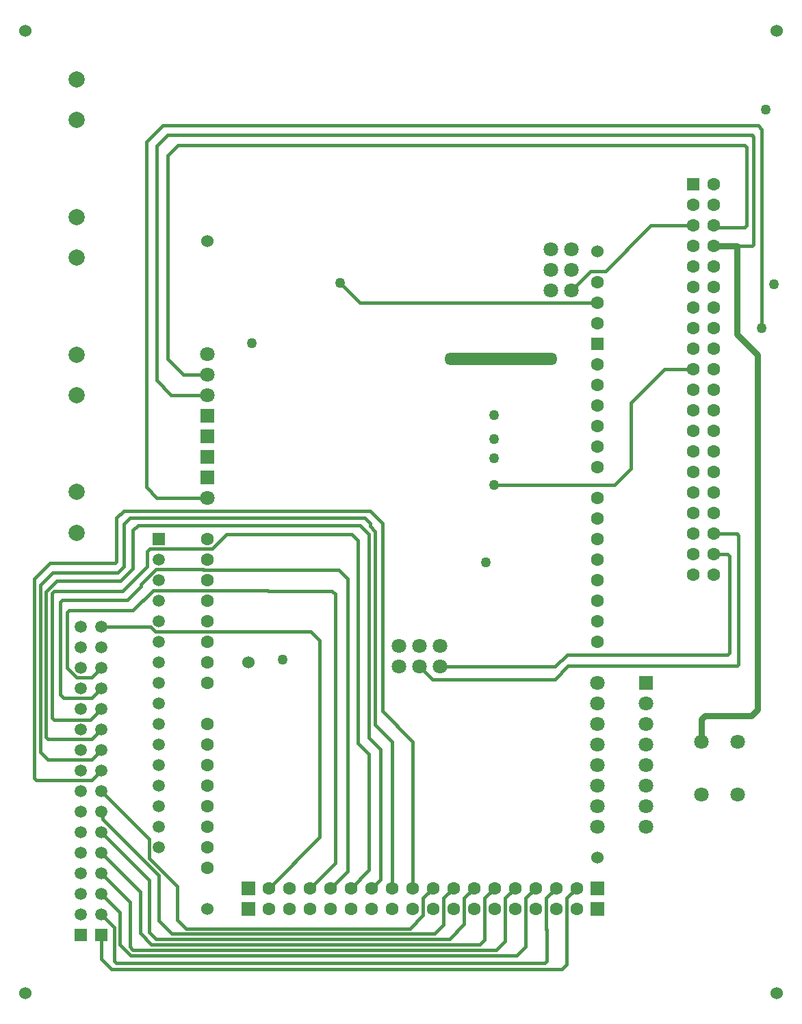
<source format=gbr>
%TF.GenerationSoftware,Altium Limited,Altium Designer,21.8.1 (53)*%
G04 Layer_Physical_Order=3*
G04 Layer_Color=16440176*
%FSLAX43Y43*%
%MOMM*%
%TF.SameCoordinates,8EB70333-0A29-48E7-A932-0FA81BCCDE64*%
%TF.FilePolarity,Positive*%
%TF.FileFunction,Copper,L3,Inr,Signal*%
%TF.Part,Single*%
G01*
G75*
%TA.AperFunction,Conductor*%
%ADD12C,0.400*%
%ADD13C,0.800*%
%TA.AperFunction,ComponentPad*%
%ADD16C,1.500*%
%ADD17R,1.500X1.500*%
%ADD18R,1.800X1.800*%
%ADD19C,1.800*%
%ADD20C,2.000*%
%ADD21C,1.524*%
%ADD22O,14.000X1.524*%
%ADD23C,1.600*%
%ADD24R,1.600X1.600*%
%ADD25R,1.800X1.800*%
%TA.AperFunction,WasherPad*%
%ADD26C,1.524*%
%TA.AperFunction,ComponentPad*%
%ADD27R,1.600X1.600*%
%TA.AperFunction,ViaPad*%
%ADD28C,1.270*%
D12*
X93651Y110283D02*
X94107Y109827D01*
Y85217D02*
Y109827D01*
X91059Y95380D02*
X92889D01*
X91031Y59820D02*
X91265Y59586D01*
Y43715D02*
Y59586D01*
X88199Y59820D02*
X91031D01*
Y43481D02*
X91265Y43715D01*
X70183Y43481D02*
X91031D01*
X88199Y57280D02*
X88243Y57324D01*
X89888D02*
X90122Y57090D01*
Y45112D02*
Y57090D01*
X70056Y44878D02*
X89888D01*
X88243Y57324D02*
X89888D01*
Y44878D02*
X90122Y45112D01*
X20018Y110283D02*
X93651D01*
X92889Y95380D02*
X93123Y95614D01*
X92889Y109140D02*
X93123Y108906D01*
X20653Y109140D02*
X92889D01*
X93123Y95614D02*
Y108906D01*
X92000Y97710D02*
X92234Y97944D01*
X92000Y107870D02*
X92234Y107636D01*
X88409Y97710D02*
X92000D01*
X21923Y107870D02*
X92000D01*
X92234Y97944D02*
Y107636D01*
X51790Y43400D02*
X53360Y41830D01*
X18830Y52834D02*
X32956D01*
X15192Y62658D02*
X45672D01*
X15954Y61769D02*
X45037D01*
X16970Y60880D02*
X44402D01*
X25053Y55374D02*
X41780D01*
X27892Y59737D02*
X43386D01*
X41780Y55374D02*
X42878Y54276D01*
X43386Y59737D02*
X44148Y58975D01*
X44402Y60880D02*
X45545Y59737D01*
X45037Y61769D02*
X45672Y61134D01*
Y60753D02*
Y61134D01*
Y60753D02*
X46307Y60118D01*
X45672Y62658D02*
X47196Y61134D01*
X26101Y57946D02*
X27892Y59737D01*
X32956Y52834D02*
X33038Y52752D01*
X40973D01*
X38351Y47754D02*
X39449Y46656D01*
X40973Y52752D02*
X41354Y52371D01*
X42878Y18118D02*
Y54276D01*
X44148Y33956D02*
Y58975D01*
X45545Y34591D02*
Y59737D01*
X46307Y36242D02*
Y60118D01*
X47196Y37893D02*
Y61134D01*
X19136Y55419D02*
X25008D01*
X18380Y57946D02*
X26101D01*
X25008Y55419D02*
X25053Y55374D01*
X17986Y65579D02*
X19285Y64280D01*
X25540D01*
X69421Y6016D02*
X70006Y6601D01*
X67282Y6778D02*
X67516Y7012D01*
X63833Y7667D02*
X64926Y8760D01*
X67516Y7012D02*
Y10892D01*
X61294Y8410D02*
X62386Y9502D01*
X59231Y9064D02*
X59846Y9679D01*
X70006Y6601D02*
Y14766D01*
X67466Y10942D02*
X67516Y10892D01*
X64926Y8760D02*
Y14766D01*
X62386Y9502D02*
Y14766D01*
X59846Y9679D02*
Y14766D01*
X67466Y10942D02*
Y14766D01*
X59846D02*
X61100Y16020D01*
X64926Y14766D02*
X66180Y16020D01*
X62386Y14766D02*
X63640Y16020D01*
X67466Y14766D02*
X68720Y16020D01*
X70006Y14766D02*
X71260Y16020D01*
X53360Y41830D02*
X68532D01*
X70183Y43481D01*
X54330Y43400D02*
X68578D01*
X70056Y44878D01*
X88199Y97920D02*
X88409Y97710D01*
X74814Y92304D02*
X80089Y97579D01*
X70540Y89920D02*
X72924Y92304D01*
X74814D01*
X80406Y97920D02*
X85659D01*
X61000Y65833D02*
X75898D01*
X77930Y67865D02*
Y75993D01*
X82077Y80140D02*
X85659D01*
X77930Y75993D02*
X82077Y80140D01*
X13668Y6016D02*
X69421D01*
X14283Y6778D02*
X67282D01*
X57306Y14766D02*
X58560Y16020D01*
X75898Y65833D02*
X77930Y67865D01*
X88199Y85220D02*
X88369Y85391D01*
X80089Y97579D02*
Y97603D01*
X80406Y97920D01*
X44431Y88410D02*
X73790D01*
X4143Y29604D02*
Y54276D01*
X4886Y32832D02*
Y53495D01*
X5540Y34684D02*
Y52681D01*
X6302Y37042D02*
Y52518D01*
Y37042D02*
X6536Y36808D01*
X7318Y39925D02*
Y51355D01*
X7572Y51609D01*
X7318Y39925D02*
X7713Y39530D01*
X6536Y36808D02*
X9133D01*
X8207Y43222D02*
Y50105D01*
X8441Y50339D01*
X8207Y43222D02*
X9359Y42070D01*
X9133Y36808D02*
X9183Y36858D01*
X7713Y39530D02*
X11194D01*
X12398Y7286D02*
Y10254D01*
Y7286D02*
X13668Y6016D01*
X12398Y12794D02*
X14049Y11143D01*
X12398Y15334D02*
X14703Y13029D01*
X14049Y7012D02*
Y11143D01*
Y7012D02*
X14283Y6778D01*
X12398Y17874D02*
X15954Y14318D01*
X14703Y9025D02*
Y13029D01*
X12398Y20414D02*
X17224Y15588D01*
X14703Y9025D02*
X16061Y7667D01*
X12398Y22954D02*
X18367Y16985D01*
X15954Y8790D02*
Y14318D01*
Y8790D02*
X16334Y8410D01*
X17224Y10461D02*
Y15588D01*
Y10461D02*
X18621Y9064D01*
X18367Y10568D02*
Y16985D01*
Y10568D02*
X19217Y9718D01*
X19510Y11985D02*
Y17573D01*
X18336Y19672D02*
X21796Y16212D01*
X19510Y11985D02*
X21123Y10372D01*
X21796Y12092D02*
Y16212D01*
Y12092D02*
X22862Y11026D01*
X4143Y29604D02*
X4377Y29370D01*
X4886Y32832D02*
X5808Y31910D01*
X5540Y34684D02*
X5774Y34450D01*
X4377Y29370D02*
X11194D01*
X5774Y34450D02*
X11194D01*
X5808Y31910D02*
X11194D01*
Y29370D02*
X12398Y30574D01*
X11194Y34450D02*
X12398Y35654D01*
X11194Y31910D02*
X12398Y33114D01*
Y25494D02*
X12548Y25344D01*
Y24535D02*
Y25344D01*
X12398Y28034D02*
X18336Y22096D01*
X12548Y24535D02*
X19510Y17573D01*
X18336Y19672D02*
Y22096D01*
X22862Y11026D02*
X50555D01*
X19217Y9718D02*
X55470D01*
X21123Y10372D02*
X53611D01*
X16334Y8410D02*
X61294D01*
X18621Y9064D02*
X59231D01*
X16061Y7667D02*
X63833D01*
X55470Y9718D02*
X57306Y11554D01*
Y14766D01*
X53611Y10372D02*
X54766Y11527D01*
X50555Y11026D02*
X52226Y12697D01*
Y14766D01*
X53480Y16020D01*
X54766Y11527D02*
Y14766D01*
X56020Y16020D01*
X41354Y19134D02*
Y52371D01*
X33160Y16020D02*
X39449Y22309D01*
Y46656D01*
X38240Y16020D02*
X41354Y19134D01*
X9183Y36858D02*
X11062D01*
X9359Y42070D02*
X11194D01*
X11062Y36858D02*
X12398Y38194D01*
X11194Y39530D02*
X12398Y40734D01*
X11194Y42070D02*
X12398Y43274D01*
X8441Y50339D02*
X16335D01*
X12398Y48354D02*
X18523D01*
X16335Y50339D02*
X18830Y52834D01*
X17986Y108251D02*
X20018Y110283D01*
X19256Y78787D02*
Y107743D01*
X20653Y109140D01*
X17986Y65579D02*
Y108251D01*
X20653Y81454D02*
Y106600D01*
X21923Y107870D01*
X7572Y51609D02*
X15593D01*
X14069Y56181D02*
X14303Y56415D01*
Y61769D01*
X15192Y62658D01*
X14430Y55038D02*
X15192Y55800D01*
Y61007D01*
X14811Y54022D02*
X16335Y55546D01*
X15192Y61007D02*
X15954Y61769D01*
X16335Y55546D02*
Y60245D01*
X15593Y51609D02*
X17317Y53333D01*
X15065Y52752D02*
X18113Y55800D01*
X16335Y60245D02*
X16970Y60880D01*
X17317Y53333D02*
Y53600D01*
X18113Y55800D02*
Y57679D01*
X17317Y53600D02*
X19136Y55419D01*
X18113Y57679D02*
X18380Y57946D01*
X18523Y48354D02*
X19123Y47754D01*
X38351D01*
X40780Y16020D02*
X42878Y18118D01*
X43320Y16020D02*
X45545Y18245D01*
X44148Y33956D02*
X45545Y32559D01*
Y18245D02*
Y32559D01*
Y34591D02*
X46942Y33194D01*
X45860Y16020D02*
X46942Y17102D01*
Y33194D01*
X46307Y36242D02*
X48400Y34149D01*
Y16020D02*
Y34149D01*
X47196Y37893D02*
X50940Y34149D01*
Y16020D02*
Y34149D01*
X6302Y52518D02*
X6536Y52752D01*
X4143Y54276D02*
X6048Y56181D01*
X4886Y53495D02*
X6429Y55038D01*
X5540Y52681D02*
X6881Y54022D01*
X6048Y56181D02*
X14069D01*
X6429Y55038D02*
X14430D01*
X6536Y52752D02*
X15065D01*
X6881Y54022D02*
X14811D01*
X19256Y78787D02*
X21063Y76980D01*
X25540D01*
X20653Y81454D02*
X22587Y79520D01*
X25540D01*
X41989Y90852D02*
X44431Y88410D01*
D13*
X93599Y38100D02*
Y81915D01*
X91059Y84455D02*
X93599Y81915D01*
X92837Y37338D02*
X93599Y38100D01*
X86650Y36866D02*
X87122Y37338D01*
X86650Y34111D02*
Y36866D01*
X87122Y37338D02*
X92837D01*
X91059Y84455D02*
Y95380D01*
X88199D02*
X91059D01*
D16*
X9858Y48354D02*
D03*
X12398D02*
D03*
Y45814D02*
D03*
X9858D02*
D03*
Y43274D02*
D03*
X12398D02*
D03*
Y40734D02*
D03*
X9858D02*
D03*
Y38194D02*
D03*
X12398D02*
D03*
Y35654D02*
D03*
X9858D02*
D03*
Y33114D02*
D03*
X12398D02*
D03*
Y30574D02*
D03*
X9858D02*
D03*
Y28034D02*
D03*
X12398D02*
D03*
Y25494D02*
D03*
X9858D02*
D03*
Y22954D02*
D03*
X12398D02*
D03*
Y20414D02*
D03*
X9858D02*
D03*
Y17874D02*
D03*
X12398D02*
D03*
Y15334D02*
D03*
X9858D02*
D03*
Y12794D02*
D03*
X12398D02*
D03*
X19540Y56660D02*
D03*
Y54120D02*
D03*
Y51580D02*
D03*
Y49040D02*
D03*
Y46500D02*
D03*
Y43960D02*
D03*
Y41420D02*
D03*
Y38880D02*
D03*
Y36340D02*
D03*
Y33800D02*
D03*
Y31260D02*
D03*
Y28720D02*
D03*
Y26180D02*
D03*
Y23640D02*
D03*
Y21100D02*
D03*
D17*
X12398Y10254D02*
D03*
X9858D02*
D03*
X19540Y59200D02*
D03*
D18*
X79790Y41420D02*
D03*
D19*
Y38880D02*
D03*
Y36340D02*
D03*
Y33800D02*
D03*
Y31260D02*
D03*
Y28720D02*
D03*
Y26180D02*
D03*
Y23640D02*
D03*
X86650Y27611D02*
D03*
Y34111D02*
D03*
X91150D02*
D03*
Y27611D02*
D03*
X68000Y89920D02*
D03*
X70540D02*
D03*
Y92460D02*
D03*
X68000D02*
D03*
X70540Y95000D02*
D03*
X68000D02*
D03*
X51790Y43400D02*
D03*
X49250D02*
D03*
Y45940D02*
D03*
X51790D02*
D03*
X54330D02*
D03*
Y43400D02*
D03*
X25540Y82060D02*
D03*
Y79520D02*
D03*
Y64280D02*
D03*
Y76980D02*
D03*
X73790Y23640D02*
D03*
Y26180D02*
D03*
Y28720D02*
D03*
Y31260D02*
D03*
Y33800D02*
D03*
Y36340D02*
D03*
Y38880D02*
D03*
Y41420D02*
D03*
D20*
X9397Y115969D02*
D03*
Y110969D02*
D03*
Y64969D02*
D03*
Y59969D02*
D03*
Y81969D02*
D03*
Y76969D02*
D03*
Y98969D02*
D03*
Y93969D02*
D03*
D21*
X73800Y19830D02*
D03*
Y94760D02*
D03*
X30620Y43960D02*
D03*
X25540Y13480D02*
D03*
Y96030D02*
D03*
D22*
X61830Y81400D02*
D03*
D23*
X73790Y90950D02*
D03*
Y88410D02*
D03*
Y85870D02*
D03*
Y80790D02*
D03*
Y78250D02*
D03*
Y75710D02*
D03*
Y73170D02*
D03*
Y70630D02*
D03*
Y68090D02*
D03*
Y64280D02*
D03*
Y61740D02*
D03*
Y59200D02*
D03*
Y56660D02*
D03*
Y54120D02*
D03*
Y51580D02*
D03*
Y49040D02*
D03*
Y46500D02*
D03*
X25540Y18560D02*
D03*
Y21100D02*
D03*
Y23640D02*
D03*
Y26180D02*
D03*
Y28720D02*
D03*
Y33800D02*
D03*
Y36340D02*
D03*
Y41420D02*
D03*
Y31260D02*
D03*
Y43960D02*
D03*
Y46500D02*
D03*
Y49040D02*
D03*
Y51580D02*
D03*
Y54120D02*
D03*
Y56660D02*
D03*
Y59200D02*
D03*
X33160Y13480D02*
D03*
X35700D02*
D03*
X38240D02*
D03*
X40780D02*
D03*
X43320D02*
D03*
X45860D02*
D03*
X48400D02*
D03*
X50940D02*
D03*
X53480D02*
D03*
X56020D02*
D03*
X58560D02*
D03*
X61100D02*
D03*
X63640D02*
D03*
X66180D02*
D03*
X68720D02*
D03*
X71260D02*
D03*
X33160Y16020D02*
D03*
X35700D02*
D03*
X38240D02*
D03*
X40780D02*
D03*
X43320D02*
D03*
X45860D02*
D03*
X48400D02*
D03*
X50940D02*
D03*
X53480D02*
D03*
X56020D02*
D03*
X58560D02*
D03*
X61100D02*
D03*
X63640D02*
D03*
X66180D02*
D03*
X68720D02*
D03*
X71260D02*
D03*
X88199Y54740D02*
D03*
X85659D02*
D03*
X88199Y57280D02*
D03*
X85659D02*
D03*
X88199Y59820D02*
D03*
X85659D02*
D03*
X88199Y62360D02*
D03*
X85659D02*
D03*
X88199Y64900D02*
D03*
X85659D02*
D03*
X88199Y67440D02*
D03*
X85659D02*
D03*
X88199Y69980D02*
D03*
X85659D02*
D03*
X88199Y72520D02*
D03*
X85659D02*
D03*
X88199Y75060D02*
D03*
X85659D02*
D03*
X88199Y77600D02*
D03*
X85659D02*
D03*
X88199Y80140D02*
D03*
X85659D02*
D03*
X88199Y82680D02*
D03*
X85659D02*
D03*
X88199Y85220D02*
D03*
X85659D02*
D03*
X88199Y87760D02*
D03*
X85659D02*
D03*
X88199Y90300D02*
D03*
X85659D02*
D03*
X88199Y92840D02*
D03*
X85659D02*
D03*
X88199Y95380D02*
D03*
X85659D02*
D03*
X88199Y97920D02*
D03*
X85659D02*
D03*
X88199Y100460D02*
D03*
X85659D02*
D03*
X88199Y103000D02*
D03*
D24*
X73790Y83330D02*
D03*
D25*
X25540Y66820D02*
D03*
Y69360D02*
D03*
Y71900D02*
D03*
Y74440D02*
D03*
X30620Y13480D02*
D03*
Y16020D02*
D03*
X73800Y13480D02*
D03*
Y16020D02*
D03*
D26*
X3000Y122000D02*
D03*
X96000D02*
D03*
Y3000D02*
D03*
X3000D02*
D03*
D27*
X85659Y103000D02*
D03*
D28*
X94107Y85217D02*
D03*
X94615Y112268D02*
D03*
X95631Y90678D02*
D03*
X41989Y90852D02*
D03*
X31067Y83359D02*
D03*
X61000Y65833D02*
D03*
X34877Y44243D02*
D03*
X61000Y71548D02*
D03*
Y74469D02*
D03*
Y69135D02*
D03*
X60023Y56308D02*
D03*
%TF.MD5,a4e2d8366e7de11d43870fe587e6fd96*%
M02*

</source>
